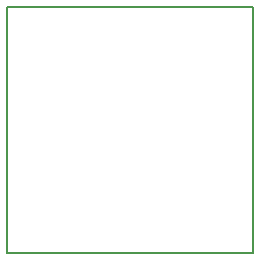
<source format=gbr>
G04 #@! TF.FileFunction,Profile,NP*
%FSLAX46Y46*%
G04 Gerber Fmt 4.6, Leading zero omitted, Abs format (unit mm)*
G04 Created by KiCad (PCBNEW 4.0.7) date Fri Oct 27 13:36:46 2017*
%MOMM*%
%LPD*%
G01*
G04 APERTURE LIST*
%ADD10C,0.100000*%
%ADD11C,0.150000*%
G04 APERTURE END LIST*
D10*
D11*
X132588000Y-119888000D02*
X132588000Y-99060000D01*
X153416000Y-119888000D02*
X132588000Y-119888000D01*
X153416000Y-99060000D02*
X153416000Y-119888000D01*
X132588000Y-99060000D02*
X153416000Y-99060000D01*
M02*

</source>
